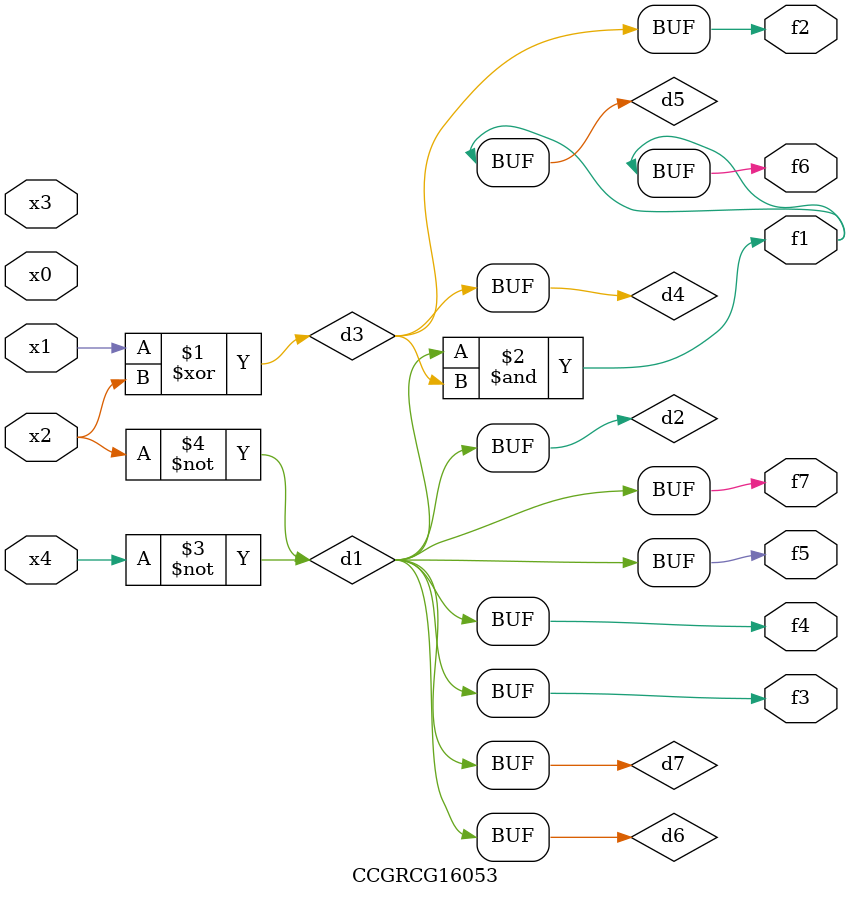
<source format=v>
module CCGRCG16053(
	input x0, x1, x2, x3, x4,
	output f1, f2, f3, f4, f5, f6, f7
);

	wire d1, d2, d3, d4, d5, d6, d7;

	not (d1, x4);
	not (d2, x2);
	xor (d3, x1, x2);
	buf (d4, d3);
	and (d5, d1, d3);
	buf (d6, d1, d2);
	buf (d7, d2);
	assign f1 = d5;
	assign f2 = d4;
	assign f3 = d7;
	assign f4 = d7;
	assign f5 = d7;
	assign f6 = d5;
	assign f7 = d7;
endmodule

</source>
